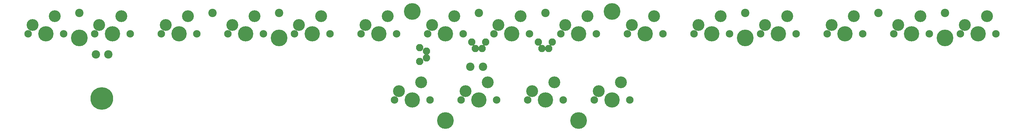
<source format=gts>
G04 #@! TF.GenerationSoftware,KiCad,Pcbnew,7.0.1-0*
G04 #@! TF.CreationDate,2023-04-11T18:10:33+09:00*
G04 #@! TF.ProjectId,Sandy_Top_with_Plate_Mid,53616e64-795f-4546-9f70-5f776974685f,v.0*
G04 #@! TF.SameCoordinates,Original*
G04 #@! TF.FileFunction,Soldermask,Top*
G04 #@! TF.FilePolarity,Negative*
%FSLAX46Y46*%
G04 Gerber Fmt 4.6, Leading zero omitted, Abs format (unit mm)*
G04 Created by KiCad (PCBNEW 7.0.1-0) date 2023-04-11 18:10:33*
%MOMM*%
%LPD*%
G01*
G04 APERTURE LIST*
%ADD10C,2.150000*%
%ADD11C,3.400000*%
%ADD12C,4.387800*%
%ADD13C,6.496000*%
%ADD14C,4.800000*%
%ADD15C,2.400000*%
%ADD16O,2.100000X2.100000*%
G04 APERTURE END LIST*
D10*
X162425310Y-46053405D03*
D11*
X163695310Y-43513405D03*
D12*
X167505310Y-46053405D03*
D11*
X170045310Y-40973405D03*
D10*
X172585310Y-46053405D03*
X76700310Y-27003405D03*
D11*
X77970310Y-24463405D03*
D12*
X81780310Y-27003405D03*
D11*
X84320310Y-21923405D03*
D10*
X86860310Y-27003405D03*
X124325310Y-46053405D03*
D11*
X125595310Y-43513405D03*
D12*
X129405310Y-46053405D03*
D11*
X131945310Y-40973405D03*
D10*
X134485310Y-46053405D03*
X191000310Y-27003405D03*
D11*
X192270310Y-24463405D03*
D12*
X196080310Y-27003405D03*
D11*
X198620310Y-21923405D03*
D10*
X201160310Y-27003405D03*
D13*
X40632310Y-45672405D03*
D10*
X57650310Y-27003405D03*
D11*
X58920310Y-24463405D03*
D12*
X62730310Y-27003405D03*
D11*
X65270310Y-21923405D03*
D10*
X67810310Y-27003405D03*
X152828435Y-27003405D03*
D11*
X154098435Y-24463405D03*
D12*
X157908435Y-27003405D03*
D11*
X160448435Y-21923405D03*
D10*
X162988435Y-27003405D03*
X229100310Y-27003405D03*
D11*
X230370310Y-24463405D03*
D12*
X234180310Y-27003405D03*
D11*
X236720310Y-21923405D03*
D10*
X239260310Y-27003405D03*
X114800310Y-27003405D03*
D11*
X116070310Y-24463405D03*
D12*
X119880310Y-27003405D03*
D11*
X122420310Y-21923405D03*
D10*
X124960310Y-27003405D03*
X210050310Y-27003405D03*
D11*
X211320310Y-24463405D03*
D12*
X215130310Y-27003405D03*
D11*
X217670310Y-21923405D03*
D10*
X220210310Y-27003405D03*
D14*
X224655310Y-28194030D03*
D10*
X143375310Y-46053405D03*
D11*
X144645310Y-43513405D03*
D12*
X148455310Y-46053405D03*
D11*
X150995310Y-40973405D03*
D10*
X153535310Y-46053405D03*
X248150310Y-27003405D03*
D11*
X249420310Y-24463405D03*
D12*
X253230310Y-27003405D03*
D11*
X255770310Y-21923405D03*
D10*
X258310310Y-27003405D03*
X267200310Y-27003405D03*
D11*
X268470310Y-24463405D03*
D12*
X272280310Y-27003405D03*
D11*
X274820310Y-21923405D03*
D10*
X277360310Y-27003405D03*
D14*
X34155310Y-28194030D03*
X186555310Y-20561655D03*
D10*
X19550310Y-27003405D03*
D11*
X20820310Y-24463405D03*
D12*
X24630310Y-27003405D03*
D11*
X27170310Y-21923405D03*
D10*
X29710310Y-27003405D03*
D14*
X177030310Y-52006530D03*
X91305310Y-28194030D03*
X138930310Y-52006530D03*
X129405310Y-20561655D03*
D10*
X181475310Y-46053405D03*
D11*
X182745310Y-43513405D03*
D12*
X186555310Y-46053405D03*
D11*
X189095310Y-40973405D03*
D10*
X191635310Y-46053405D03*
X286250310Y-27003405D03*
D11*
X287520310Y-24463405D03*
D12*
X291330310Y-27003405D03*
D11*
X293870310Y-21923405D03*
D10*
X296410310Y-27003405D03*
X133850310Y-27003405D03*
D11*
X135120310Y-24463405D03*
D12*
X138930310Y-27003405D03*
D11*
X141470310Y-21923405D03*
D10*
X144010310Y-27003405D03*
D14*
X281805310Y-28194030D03*
D10*
X38600310Y-27003405D03*
D11*
X39870310Y-24463405D03*
D12*
X43680310Y-27003405D03*
D11*
X46220310Y-21923405D03*
D10*
X48760310Y-27003405D03*
X95750310Y-27003405D03*
D11*
X97020310Y-24463405D03*
D12*
X100830310Y-27003405D03*
D11*
X103370310Y-21923405D03*
D10*
X105910310Y-27003405D03*
X171950310Y-27003405D03*
D11*
X173220310Y-24463405D03*
D12*
X177030310Y-27003405D03*
D11*
X179570310Y-21923405D03*
D10*
X182110310Y-27003405D03*
D15*
X262755310Y-21050280D03*
D16*
X169505310Y-29375280D03*
X168505310Y-31275280D03*
X166505310Y-31275280D03*
X165505310Y-29375280D03*
D15*
X38917810Y-32956530D03*
X34155310Y-21050280D03*
X148455310Y-21050280D03*
X72255310Y-21059655D03*
X167505310Y-21003405D03*
X149645935Y-36528405D03*
X224655310Y-21050280D03*
D16*
X131586560Y-31003405D03*
X133486560Y-32003405D03*
X133486560Y-34003405D03*
X131586560Y-35003405D03*
D15*
X281805310Y-21050280D03*
X91305310Y-21050280D03*
X146074060Y-36528405D03*
X42489685Y-32956530D03*
D16*
X150455310Y-29375280D03*
X149455310Y-31275280D03*
X147455310Y-31275280D03*
X146455310Y-29375280D03*
M02*

</source>
